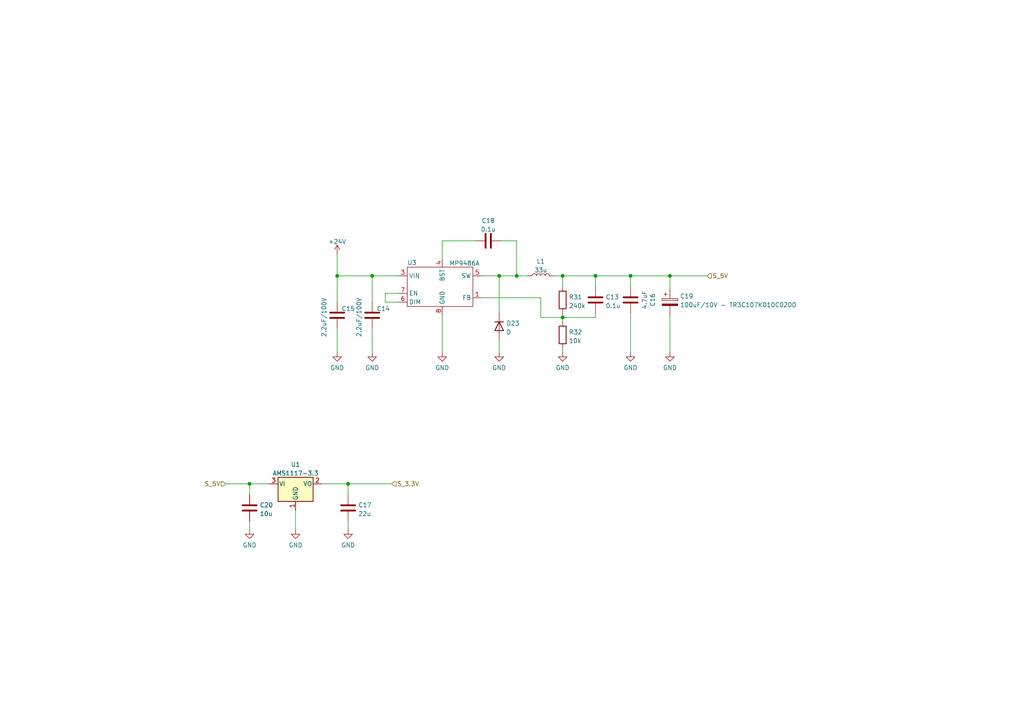
<source format=kicad_sch>
(kicad_sch (version 20211123) (generator eeschema)
  (paper "A4")
  (title_block (title "FloatPUMP Schematics") (date "2022-11-11") (rev "1.0") (company "robtor.de") (comment 1 "Controller board for up to 3 water pumps") (comment 2 "measuring capabilities with piezoresistive pressure sensors") (comment 3 "sensor input Range 4mA-20mA"))
  (lib_symbols
    (symbol "Device:C" (pin_numbers hide) (pin_names (offset 0.254))
      (property "Reference" "C" (at 0.635 2.54 0))
      (property "Value" "C" (at 0.635 -2.54 0))
      (symbol "C_0_1"
        (polyline (pts (xy -2.032 -0.762) (xy 2.032 -0.762)) (stroke (width 0.508)))
        (polyline (pts (xy -2.032 0.762) (xy 2.032 0.762)) (stroke (width 0.508)))
      )
      (symbol "C_1_1"
        (pin passive line (at 0 3.81 270) (length 2.794) (name "~") (number "1"))
        (pin passive line (at 0 -3.81 90) (length 2.794) (name "~") (number "2"))
      )
    )
    (symbol "Device:C_Polarized" (pin_numbers hide) (pin_names (offset 0.254))
      (property "Reference" "C" (at 0.635 2.54 0))
      (property "Value" "C_Polarized" (at 0.635 -2.54 0))
      (symbol "C_Polarized_0_1"
        (rectangle (start -2.286 0.508) (end 2.286 1.016))
        (polyline (pts (xy -1.778 2.286) (xy -0.762 2.286)))
        (polyline (pts (xy -1.27 2.794) (xy -1.27 1.778)))
        (rectangle (start 2.286 -0.508) (end -2.286 -1.016) (fill (type outline)))
      )
      (symbol "C_Polarized_1_1"
        (pin passive line (at 0 3.81 270) (length 2.794) (name "~") (number "1"))
        (pin passive line (at 0 -3.81 90) (length 2.794) (name "~") (number "2"))
      )
    )
    (symbol "Device:D" (pin_numbers hide) (pin_names (offset 1.016) hide)
      (property "Reference" "D" (at 0 2.54 0))
      (property "Value" "D" (at 0 -2.54 0))
      (symbol "D_0_1"
        (polyline (pts (xy -1.27 1.27) (xy -1.27 -1.27)) (stroke (width 0.254)))
        (polyline (pts (xy 1.27 0) (xy -1.27 0)))
        (polyline (pts (xy 1.27 1.27) (xy 1.27 -1.27) (xy -1.27 0) (xy 1.27 1.27)) (stroke (width 0.254)))
      )
      (symbol "D_1_1"
        (pin passive line (at -3.81 0 0) (length 2.54) (name "K") (number "1"))
        (pin passive line (at 3.81 0 180) (length 2.54) (name "A") (number "2"))
      )
    )
    (symbol "Device:L" (pin_numbers hide) (pin_names (offset 1.016) hide)
      (property "Reference" "L" (at -1.27 0 90))
      (property "Value" "L" (at 1.905 0 90))
      (symbol "L_0_1"
        (arc (start 0 -2.54) (mid 0.635 -1.905) (end 0 -1.27))
        (arc (start 0 -1.27) (mid 0.635 -0.635) (end 0 0))
        (arc (start 0 0) (mid 0.635 0.635) (end 0 1.27))
        (arc (start 0 1.27) (mid 0.635 1.905) (end 0 2.54))
      )
      (symbol "L_1_1"
        (pin passive line (at 0 3.81 270) (length 1.27) (name "1") (number "1"))
        (pin passive line (at 0 -3.81 90) (length 1.27) (name "2") (number "2"))
      )
    )
    (symbol "Device:R" (pin_numbers hide) (pin_names (offset 0))
      (property "Reference" "R" (at 2.032 0 90))
      (property "Value" "R" (at 0 0 90))
      (symbol "R_0_1"
        (rectangle (start -1.016 -2.54) (end 1.016 2.54) (stroke (width 0.254)))
      )
      (symbol "R_1_1"
        (pin passive line (at 0 3.81 270) (length 1.27) (name "~") (number "1"))
        (pin passive line (at 0 -3.81 90) (length 1.27) (name "~") (number "2"))
      )
    )
    (symbol "Regulator_Linear:AMS1117-3.3" (pin_names (offset 0.254))
      (property "Reference" "U" (at -3.81 3.175 0))
      (property "Value" "AMS1117-3.3" (at 0 3.175 0))
      (symbol "AMS1117-3.3_0_1"
        (rectangle (start -5.08 -5.08) (end 5.08 1.905) (stroke (width 0.254)) (fill (type background)))
      )
      (symbol "AMS1117-3.3_1_1"
        (pin power_in line (at 0 -7.62 90) (length 2.54) (name "GND") (number "1"))
        (pin power_out line (at 7.62 0 180) (length 2.54) (name "VO") (number "2"))
        (pin power_in line (at -7.62 0 0) (length 2.54) (name "VI") (number "3"))
      )
    )
    (symbol "custom_parts:MP9486A"
      (property "Reference" "U" (at -3.81 7.62 0))
      (property "Value" "MP9486A" (at 3.81 1.27 0))
      (symbol "MP9486A_0_1"
        (rectangle (start -5.08 6.35) (end 13.97 -5.08) (stroke (width 0.1524)))
      )
      (symbol "MP9486A_1_1"
        (pin input line (at 16.51 -2.54 180) (length 2.54) (name "FB") (number "1"))
        (pin power_in line (at -7.62 3.81 0) (length 2.54) (name "VIN") (number "3"))
        (pin bidirectional line (at 5.08 8.89 270) (length 2.54) (name "BST") (number "4"))
        (pin power_out line (at 16.51 3.81 180) (length 2.54) (name "SW") (number "5"))
        (pin input line (at -7.62 -3.81 0) (length 2.54) (name "DIM") (number "6"))
        (pin input line (at -7.62 -1.27 0) (length 2.54) (name "EN") (number "7"))
        (pin power_out line (at 5.08 -7.62 90) (length 2.54) (name "GND") (number "8"))
      )
    )
    (symbol "power:+24V" (power) (pin_names (offset 0))
      (property "Value" "+24V" (at 0 3.556 0))
      (symbol "+24V_0_1"
        (polyline (pts (xy -0.762 1.27) (xy 0 2.54)))
        (polyline (pts (xy 0 0) (xy 0 2.54)))
        (polyline (pts (xy 0 2.54) (xy 0.762 1.27)))
      )
      (symbol "+24V_1_1"
        (pin power_in line (at 0 0 90) (length 0) hide (name "+24V") (number "1"))
      )
    )
    (symbol "power:GND" (power) (pin_names (offset 0))
      (property "Value" "GND" (at 0 -3.81 0))
      (symbol "GND_0_1"
        (polyline (pts (xy 0 0) (xy 0 -1.27) (xy 1.27 -1.27) (xy 0 -2.54) (xy -1.27 -1.27) (xy 0 -1.27)))
      )
      (symbol "GND_1_1"
        (pin power_in line (at 0 0 270) (length 0) hide (name "GND") (number "1"))
      )
    )
  )
  (junction (at 163.195 80.01))
  (junction (at 107.95 80.01))
  (junction (at 172.72 80.01))
  (junction (at 97.79 80.01))
  (junction (at 144.78 80.01))
  (junction (at 72.39 140.335))
  (junction (at 163.195 92.075))
  (junction (at 182.88 80.01))
  (junction (at 194.31 80.01))
  (junction (at 100.965 140.335))
  (junction (at 149.86 80.01))
  (wire (pts (xy 163.195 92.075) (xy 163.195 93.345)))
  (wire (pts (xy 172.72 92.075) (xy 163.195 92.075)))
  (wire (pts (xy 128.27 69.85) (xy 128.27 74.93)))
  (wire (pts (xy 111.76 87.63) (xy 111.76 85.09)))
  (wire (pts (xy 145.415 69.85) (xy 149.86 69.85)))
  (wire (pts (xy 100.965 143.51) (xy 100.965 140.335)))
  (wire (pts (xy 111.76 85.09) (xy 115.57 85.09)))
  (wire (pts (xy 172.72 90.805) (xy 172.72 92.075)))
  (wire (pts (xy 107.95 80.01) (xy 115.57 80.01)))
  (wire (pts (xy 97.79 73.66) (xy 97.79 80.01)))
  (wire (pts (xy 149.86 69.85) (xy 149.86 80.01)))
  (wire (pts (xy 163.195 80.01) (xy 160.655 80.01)))
  (wire (pts (xy 93.345 140.335) (xy 100.965 140.335)))
  (wire (pts (xy 107.95 80.01) (xy 107.95 87.63)))
  (wire (pts (xy 144.78 98.425) (xy 144.78 102.235)))
  (wire (pts (xy 194.31 83.82) (xy 194.31 80.01)))
  (wire (pts (xy 172.72 83.185) (xy 172.72 80.01)))
  (wire (pts (xy 85.725 153.67) (xy 85.725 147.955)))
  (wire (pts (xy 100.965 151.13) (xy 100.965 153.67)))
  (wire (pts (xy 107.95 95.25) (xy 107.95 102.235)))
  (wire (pts (xy 65.405 140.335) (xy 72.39 140.335)))
  (wire (pts (xy 97.79 80.01) (xy 107.95 80.01)))
  (wire (pts (xy 194.31 80.01) (xy 205.105 80.01)))
  (wire (pts (xy 163.195 80.01) (xy 172.72 80.01)))
  (wire (pts (xy 72.39 151.13) (xy 72.39 153.67)))
  (wire (pts (xy 137.795 69.85) (xy 128.27 69.85)))
  (wire (pts (xy 182.88 90.805) (xy 182.88 102.235)))
  (wire (pts (xy 97.79 95.25) (xy 97.79 102.235)))
  (wire (pts (xy 128.27 91.44) (xy 128.27 102.235)))
  (wire (pts (xy 163.195 90.805) (xy 163.195 92.075)))
  (wire (pts (xy 163.195 100.965) (xy 163.195 102.235)))
  (wire (pts (xy 115.57 87.63) (xy 111.76 87.63)))
  (wire (pts (xy 156.845 92.075) (xy 163.195 92.075)))
  (wire (pts (xy 144.78 80.01) (xy 139.7 80.01)))
  (wire (pts (xy 97.79 80.01) (xy 97.79 87.63)))
  (wire (pts (xy 149.86 80.01) (xy 144.78 80.01)))
  (wire (pts (xy 194.31 91.44) (xy 194.31 102.235)))
  (wire (pts (xy 194.31 80.01) (xy 182.88 80.01)))
  (wire (pts (xy 139.7 86.36) (xy 156.845 86.36)))
  (wire (pts (xy 182.88 80.01) (xy 172.72 80.01)))
  (wire (pts (xy 72.39 140.335) (xy 72.39 143.51)))
  (wire (pts (xy 156.845 86.36) (xy 156.845 92.075)))
  (wire (pts (xy 144.78 90.805) (xy 144.78 80.01)))
  (wire (pts (xy 72.39 140.335) (xy 78.105 140.335)))
  (wire (pts (xy 100.965 140.335) (xy 113.665 140.335)))
  (wire (pts (xy 163.195 83.185) (xy 163.195 80.01)))
  (wire (pts (xy 182.88 83.185) (xy 182.88 80.01)))
  (wire (pts (xy 149.86 80.01) (xy 153.035 80.01)))
  (hierarchical_label "S_5V" (shape input) (at 205.105 80.01 0))
  (hierarchical_label "S_5V" (shape input) (at 65.405 140.335 180))
  (hierarchical_label "S_3.3V" (shape input) (at 113.665 140.335 0))
  (symbol (lib_id "custom_parts:MP9486A") (at 123.19 83.82 0) (unit 1)
    (property "Reference" "U3" (at 118.11 76.2 0) (effects (justify left)))
    (property "Value" "MP9486A" (at 130.2894 76.3579 0) (effects (justify left)))
    (property "Footprint" "custom_parts:MP9486A-SOIC-8" (effects hide))
    (property "Datasheet" "https://www.monolithicpower.com/pub/media/document/m/p/mp9486a_r1.0.pdf" (effects hide))
    (property "LCSC" "C404013" (effects hide))
  )
  (symbol (lib_id "Device:R") (at 163.195 97.155 0) (unit 1)
    (property "Reference" "R32" (at 164.973 96.3203 0) (effects (justify left)))
    (property "Value" "10k" (at 164.973 98.8572 0) (effects (justify left)))
    (property "Footprint" "Resistor_SMD:R_0603_1608Metric" (effects hide))
    (property "JLCPCB" "Basic" (effects hide))
    (property "LCSC" "C25804" (effects hide))
  )
  (symbol (lib_id "power:GND") (at 72.39 153.67 0) (unit 1)
    (property "Reference" "#PWR075" (effects hide))
    (property "Value" "GND" (at 72.39 158.1134 0))
  )
  (symbol (lib_id "Device:C") (at 100.965 147.32 0) (unit 1)
    (property "Reference" "C17" (at 103.886 146.4853 0) (effects (justify left)))
    (property "Value" "22u" (at 103.886 149.0222 0) (effects (justify left)))
    (property "Footprint" "Capacitor_SMD:C_1206_3216Metric" (effects hide))
    (property "JLCPCB" "Basic" (effects hide))
    (property "LCSC" "C5672" (effects hide))
  )
  (symbol (lib_id "power:GND") (at 182.88 102.235 0) (unit 1)
    (property "Reference" "#PWR084" (effects hide))
    (property "Value" "GND" (at 182.88 106.6784 0))
  )
  (symbol (lib_id "power:GND") (at 107.95 102.235 0) (unit 1)
    (property "Reference" "#PWR080" (effects hide))
    (property "Value" "GND" (at 107.95 106.6784 0))
  )
  (symbol (lib_id "Device:C") (at 97.79 91.44 180) (unit 1)
    (property "Reference" "C15" (at 99.06 89.535 0) (effects (justify right)))
    (property "Value" "2.2uF/100V" (at 93.98 97.79 90) (effects (justify right)))
    (property "Footprint" "Capacitor_SMD:C_1206_3216Metric" (effects hide))
    (property "Datasheet" "https://datasheet.lcsc.com/lcsc/2007130933_Samsung-Electro-Mechanics-CL31B225KCHSNNE_C170101.pdf" (effects hide))
    (property "JLCPCB" "Basic" (effects hide))
    (property "LCSC" "C50254" (effects hide))
  )
  (symbol (lib_id "Device:D") (at 144.78 94.615 270) (unit 1)
    (property "Reference" "D23" (at 146.812 93.7803 90) (effects (justify left)))
    (property "Value" "D" (at 146.812 96.3172 90) (effects (justify left)))
    (property "Footprint" "Diode_SMD:D_SMA" (effects hide))
    (property "Datasheet" "https://datasheet.lcsc.com/lcsc/1912111437_MCC-Micro-Commercial-Components-SM4002PL-TP_C151753.pdf" (effects hide))
    (property "JLCPCB" "Basic" (effects hide))
    (property "LCSC" "C95872" (effects hide))
  )
  (symbol (lib_id "power:+24V") (at 97.79 73.66 0) (unit 1)
    (property "Reference" "#PWR077" (effects hide))
    (property "Value" "+24V" (at 97.79 70.0842 0))
  )
  (symbol (lib_id "Device:C") (at 72.39 147.32 0) (unit 1)
    (property "Reference" "C20" (at 75.311 146.4853 0) (effects (justify left)))
    (property "Value" "10u" (at 75.311 149.0222 0) (effects (justify left)))
    (property "Footprint" "Capacitor_Tantalum_SMD:CP_EIA-3216-18_Kemet-A" (effects hide))
    (property "LCSC" "C7171" (effects hide))
    (property "JLCPCB" "Basic" (effects hide))
  )
  (symbol (lib_id "Device:L") (at 156.845 80.01 90) (unit 1)
    (property "Reference" "L1" (at 156.845 75.8022 90))
    (property "Value" "33u" (at 156.845 78.3391 90))
    (property "Footprint" "custom_parts:L_MS1040-330M" (effects hide))
    (property "Datasheet" "https://datasheet.lcsc.com/lcsc/1912111437_COILMX-MS1040-330M_C380056.pdf" (effects hide))
    (property "JLCPCB" "Extended" (effects hide))
    (property "LCSC" "C380056" (effects hide))
  )
  (symbol (lib_id "power:GND") (at 85.725 153.67 0) (unit 1)
    (property "Reference" "#PWR076" (effects hide))
    (property "Value" "GND" (at 85.725 158.1134 0))
  )
  (symbol (lib_id "Device:R") (at 163.195 86.995 0) (unit 1)
    (property "Reference" "R31" (at 164.973 86.1603 0) (effects (justify left)))
    (property "Value" "240k" (at 164.973 88.6972 0) (effects (justify left)))
    (property "Footprint" "Resistor_SMD:R_0603_1608Metric" (effects hide))
    (property "Datasheet" "https://datasheet.lcsc.com/lcsc/2206010230_UNI-ROYAL-Uniroyal-Elec-0603WAF2403T5E_C4197.pdf" (effects hide))
    (property "LCSC" "C4197" (effects hide))
    (property "JLCPCB" "Basic" (effects hide))
  )
  (symbol (lib_id "power:GND") (at 144.78 102.235 0) (unit 1)
    (property "Reference" "#PWR082" (effects hide))
    (property "Value" "GND" (at 144.78 106.6784 0))
  )
  (symbol (lib_id "Device:C") (at 107.95 91.44 180) (unit 1)
    (property "Reference" "C14" (at 109.22 89.535 0) (effects (justify right)))
    (property "Value" "2.2uF/100V" (at 104.14 97.79 90) (effects (justify right)))
    (property "Footprint" "Capacitor_SMD:C_1206_3216Metric" (effects hide))
    (property "Datasheet" "https://datasheet.lcsc.com/lcsc/2007130933_Samsung-Electro-Mechanics-CL31B225KCHSNNE_C170101.pdf" (effects hide))
    (property "JLCPCB" "Basic" (effects hide))
    (property "LCSC" "C50254" (effects hide))
  )
  (symbol (lib_id "power:GND") (at 128.27 102.235 0) (unit 1)
    (property "Reference" "#PWR081" (effects hide))
    (property "Value" "GND" (at 128.27 106.6784 0))
  )
  (symbol (lib_id "Device:C") (at 182.88 86.995 180) (unit 1)
    (property "Reference" "C16" (at 189.2808 86.995 90))
    (property "Value" "4.7uF" (at 186.9694 86.995 90))
    (property "Footprint" "Capacitor_SMD:C_0603_1608Metric" (effects hide))
    (property "JLCPCB" "Basic" (effects hide))
    (property "LCSC" "C19666" (effects hide))
  )
  (symbol (lib_id "power:GND") (at 97.79 102.235 0) (unit 1)
    (property "Reference" "#PWR078" (effects hide))
    (property "Value" "GND" (at 97.79 106.6784 0))
  )
  (symbol (lib_id "power:GND") (at 194.31 102.235 0) (unit 1)
    (property "Reference" "#PWR085" (effects hide))
    (property "Value" "GND" (at 194.31 106.6784 0))
  )
  (symbol (lib_id "power:GND") (at 100.965 153.67 0) (unit 1)
    (property "Reference" "#PWR079" (effects hide))
    (property "Value" "GND" (at 100.965 158.1134 0))
  )
  (symbol (lib_id "Regulator_Linear:AMS1117-3.3") (at 85.725 140.335 0) (unit 1)
    (property "Reference" "U1" (at 85.725 134.7302 0))
    (property "Value" "AMS1117-3.3" (at 85.725 137.2671 0))
    (property "Footprint" "Package_TO_SOT_SMD:SOT-89-3" (effects hide))
    (property "Datasheet" "https://datasheet.lcsc.com/lcsc/2110121330_YONGYUTAI-AMS1117-3-3_C2904742.pdf" (effects hide))
    (property "LCSC" "C2904742" (effects hide))
  )
  (symbol (lib_id "Device:C_Polarized") (at 194.31 87.63 0) (unit 1)
    (property "Reference" "C19" (at 197.231 85.9063 0) (effects (justify left)))
    (property "Value" "100uF/10V - TR3C107K010C0200" (at 197.231 88.4432 0) (effects (justify left)))
    (property "Footprint" "Capacitor_Tantalum_SMD:CP_EIA-3528-21_Kemet-B" (effects hide))
    (property "JLCPCB" "Basic" (effects hide))
    (property "LCSC" "C16133" (effects hide))
  )
  (symbol (lib_id "Device:C") (at 172.72 86.995 180) (unit 1)
    (property "Reference" "C13" (at 175.641 86.1603 0) (effects (justify right)))
    (property "Value" "0.1u" (at 175.641 88.6972 0) (effects (justify right)))
    (property "Footprint" "Capacitor_SMD:C_0603_1608Metric" (effects hide))
    (property "Datasheet" "https://datasheet.lcsc.com/lcsc/1811092010_Samsung-Electro-Mechanics-CL10B104KA8NNNC_C1590.pdf" (effects hide))
    (property "LCSC" "C14663" (effects hide))
    (property "JLCPCB" "Basic" (effects hide))
  )
  (symbol (lib_id "Device:C") (at 141.605 69.85 90) (unit 1)
    (property "Reference" "C18" (at 141.605 63.9912 90))
    (property "Value" "0.1u" (at 141.605 66.5281 90))
    (property "Footprint" "Capacitor_SMD:C_0603_1608Metric" (effects hide))
    (property "Datasheet" "https://datasheet.lcsc.com/lcsc/1811092010_Samsung-Electro-Mechanics-CL10B104KA8NNNC_C1590.pdf" (effects hide))
    (property "LCSC" "C14663" (effects hide))
    (property "JLCPCB" "Basic" (effects hide))
  )
  (symbol (lib_id "power:GND") (at 163.195 102.235 0) (unit 1)
    (property "Reference" "#PWR083" (effects hide))
    (property "Value" "GND" (at 163.195 106.6784 0))
  )
)
</source>
